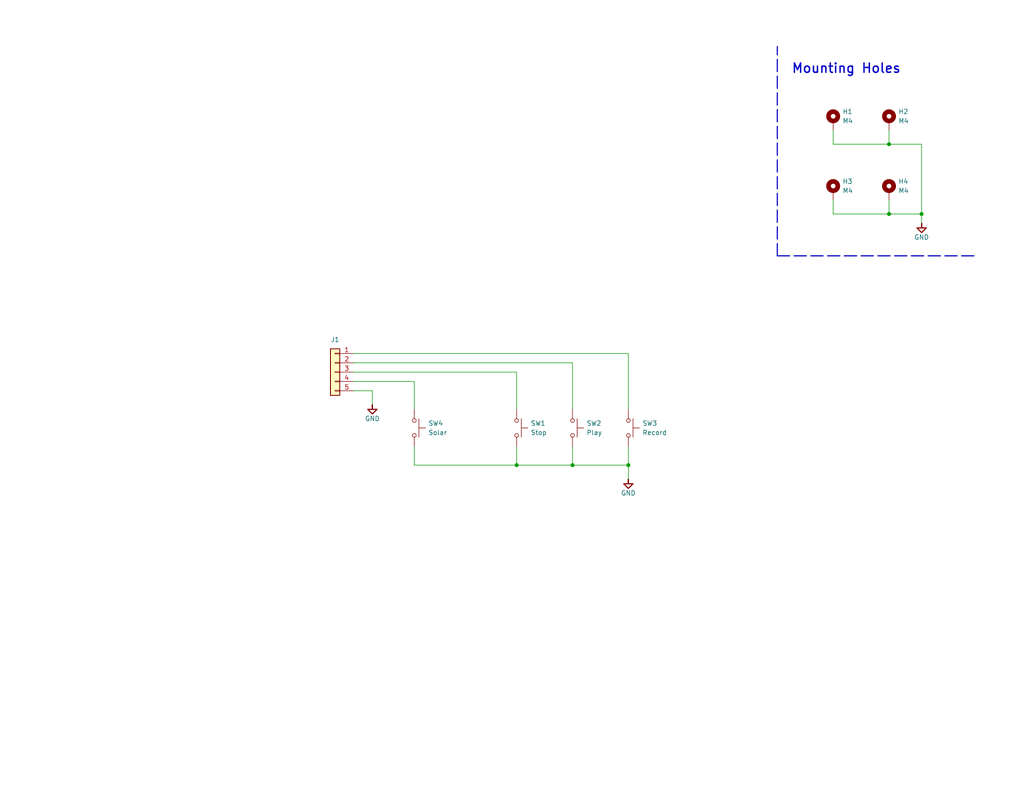
<source format=kicad_sch>
(kicad_sch (version 20230121) (generator eeschema)
  (paper "A")
  (title_block (title "WALL-E Button Board") (date "2024-01-11") (rev "0") (comment 1 "Isaac Rex"))
  (lib_symbols
    (symbol "Connector_Generic:Conn_01x05" (pin_names (offset 1.016) hide)
      (property "Reference" "J" (at 0 7.62 0))
      (property "Value" "Conn_01x05" (at 0 -7.62 0))
      (symbol "Conn_01x05_1_1"
        (rectangle (start -1.27 -4.953) (end 0 -5.207) (stroke (width 0.1524)))
        (rectangle (start -1.27 -2.413) (end 0 -2.667) (stroke (width 0.1524)))
        (rectangle (start -1.27 0.127) (end 0 -0.127) (stroke (width 0.1524)))
        (rectangle (start -1.27 2.667) (end 0 2.413) (stroke (width 0.1524)))
        (rectangle (start -1.27 5.207) (end 0 4.953) (stroke (width 0.1524)))
        (rectangle (start -1.27 6.35) (end 1.27 -6.35) (stroke (width 0.254)) (fill (type background)))
        (pin passive line (at -5.08 5.08 0) (length 3.81) (name "Pin_1") (number "1"))
        (pin passive line (at -5.08 2.54 0) (length 3.81) (name "Pin_2") (number "2"))
        (pin passive line (at -5.08 0 0) (length 3.81) (name "Pin_3") (number "3"))
        (pin passive line (at -5.08 -2.54 0) (length 3.81) (name "Pin_4") (number "4"))
        (pin passive line (at -5.08 -5.08 0) (length 3.81) (name "Pin_5") (number "5"))
      )
    )
    (symbol "Mechanical:MountingHole_Pad" (pin_numbers hide) (pin_names (offset 1.016) hide)
      (property "Reference" "H" (at 0 6.35 0))
      (property "Value" "MountingHole_Pad" (at 0 4.445 0))
      (symbol "MountingHole_Pad_0_1"
        (circle (center 0 1.27) (radius 1.27) (stroke (width 1.27)))
      )
      (symbol "MountingHole_Pad_1_1"
        (pin input line (at 0 -2.54 90) (length 2.54) (name "1") (number "1"))
      )
    )
    (symbol "Switch:SW_Push" (pin_numbers hide) (pin_names (offset 1.016) hide)
      (property "Reference" "SW" (at 1.27 2.54 0))
      (property "Value" "SW_Push" (at 0 -1.524 0))
      (symbol "SW_Push_0_1"
        (circle (center -2.032 0) (radius 0.508))
        (polyline (pts (xy 0 1.27) (xy 0 3.048)))
        (polyline (pts (xy 2.54 1.27) (xy -2.54 1.27)))
        (circle (center 2.032 0) (radius 0.508))
        (pin passive line (at -5.08 0 0) (length 2.54) (name "1") (number "1"))
        (pin passive line (at 5.08 0 180) (length 2.54) (name "2") (number "2"))
      )
    )
    (symbol "irex_Drawing_Symbols:GND" (power) (pin_names (offset 0))
      (property "Value" "GND" (at 0 -3.81 0))
      (symbol "GND_0_1"
        (polyline (pts (xy 0 0) (xy 0 -1.016)) (stroke (width 0.3048)))
        (polyline (pts (xy 0 0) (xy 0 -1.27) (xy 1.27 -1.27) (xy 0 -2.54) (xy -1.27 -1.27) (xy 0 -1.27)) (stroke (width 0.3048)))
      )
      (symbol "GND_1_1"
        (pin power_in line (at 0 0 270) (length 0) hide (name "GND") (number "1"))
      )
    )
  )
  (junction (at 156.21 127))
  (junction (at 242.57 58.42))
  (junction (at 251.46 58.42))
  (junction (at 140.97 127))
  (junction (at 171.45 127))
  (junction (at 242.57 39.37))
  (wire (pts (xy 242.57 58.42) (xy 251.46 58.42)))
  (wire (pts (xy 242.57 39.37) (xy 242.57 35.56)))
  (wire (pts (xy 113.03 127) (xy 140.97 127)))
  (wire (pts (xy 242.57 58.42) (xy 242.57 54.61)))
  (wire (pts (xy 227.33 39.37) (xy 242.57 39.37)))
  (wire (pts (xy 101.6 110.49) (xy 101.6 106.68)))
  (wire (pts (xy 227.33 58.42) (xy 242.57 58.42)))
  (polyline (pts (xy 212.09 69.85) (xy 212.09 12.7)) (stroke (width 0.3048) (type dash)))
  (wire (pts (xy 156.21 99.06) (xy 156.21 111.76)))
  (wire (pts (xy 113.03 104.14) (xy 113.03 111.76)))
  (wire (pts (xy 171.45 96.52) (xy 171.45 111.76)))
  (wire (pts (xy 140.97 101.6) (xy 140.97 111.76)))
  (wire (pts (xy 140.97 121.92) (xy 140.97 127)))
  (wire (pts (xy 171.45 127) (xy 171.45 130.81)))
  (wire (pts (xy 156.21 127) (xy 171.45 127)))
  (polyline (pts (xy 212.09 69.85) (xy 266.7 69.85)) (stroke (width 0.3048) (type dash)))
  (wire (pts (xy 156.21 127) (xy 156.21 121.92)))
  (wire (pts (xy 96.52 101.6) (xy 140.97 101.6)))
  (wire (pts (xy 171.45 127) (xy 171.45 121.92)))
  (wire (pts (xy 251.46 58.42) (xy 251.46 60.96)))
  (wire (pts (xy 140.97 127) (xy 156.21 127)))
  (wire (pts (xy 242.57 39.37) (xy 251.46 39.37)))
  (wire (pts (xy 96.52 99.06) (xy 156.21 99.06)))
  (wire (pts (xy 96.52 96.52) (xy 171.45 96.52)))
  (wire (pts (xy 227.33 35.56) (xy 227.33 39.37)))
  (wire (pts (xy 113.03 127) (xy 113.03 121.92)))
  (wire (pts (xy 251.46 39.37) (xy 251.46 58.42)))
  (wire (pts (xy 101.6 106.68) (xy 96.52 106.68)))
  (wire (pts (xy 96.52 104.14) (xy 113.03 104.14)))
  (wire (pts (xy 227.33 54.61) (xy 227.33 58.42)))
  (text "Mounting Holes" (at 215.9 20.32 0) (effects (font (size 2.54 2.54) (thickness 0.381) bold) (justify left bottom)))
  (symbol (lib_id "Switch:SW_Push") (at 171.45 116.84 270) (unit 1)
    (property "Reference" "SW3" (at 175.26 115.57 90) (effects (justify left)))
    (property "Value" "Record" (at 175.26 118.11 90) (effects (justify left)))
    (property "Footprint" "PCM_Switch_Keyboard_Hotswap_Kailh:SW_Hotswap_Kailh_MX" (effects hide))
  )
  (symbol (lib_id "Mechanical:MountingHole_Pad") (at 227.33 52.07 0) (unit 1)
    (property "Reference" "H3" (at 229.87 49.53 0) (effects (justify left)))
    (property "Value" "M4" (at 229.87 52.07 0) (effects (justify left)))
    (property "Footprint" "MountingHole:MountingHole_4.3mm_M4_DIN965_Pad" (effects hide))
  )
  (symbol (lib_id "irex_Drawing_Symbols:GND") (at 251.46 60.96 0) (unit 1)
    (property "Reference" "#PWR03" (effects hide))
    (property "Value" "GND" (at 251.46 64.77 0))
  )
  (symbol (lib_id "Switch:SW_Push") (at 113.03 116.84 270) (unit 1)
    (property "Reference" "SW4" (at 116.84 115.57 90) (effects (justify left)))
    (property "Value" "Solar" (at 116.84 118.11 90) (effects (justify left)))
    (property "Footprint" "PCM_Switch_Keyboard_Hotswap_Kailh:SW_Hotswap_Kailh_MX" (effects hide))
  )
  (symbol (lib_id "Mechanical:MountingHole_Pad") (at 227.33 33.02 0) (unit 1)
    (property "Reference" "H1" (at 229.87 30.48 0) (effects (justify left)))
    (property "Value" "M4" (at 229.87 33.02 0) (effects (justify left)))
    (property "Footprint" "MountingHole:MountingHole_4.3mm_M4_DIN965_Pad" (effects hide))
  )
  (symbol (lib_id "Switch:SW_Push") (at 140.97 116.84 270) (unit 1)
    (property "Reference" "SW1" (at 144.78 115.57 90) (effects (justify left)))
    (property "Value" "Stop" (at 144.78 118.11 90) (effects (justify left)))
    (property "Footprint" "PCM_Switch_Keyboard_Hotswap_Kailh:SW_Hotswap_Kailh_MX" (effects hide))
  )
  (symbol (lib_id "irex_Drawing_Symbols:GND") (at 101.6 110.49 0) (unit 1)
    (property "Reference" "#PWR01" (effects hide))
    (property "Value" "GND" (at 101.6 114.3 0))
  )
  (symbol (lib_id "Switch:SW_Push") (at 156.21 116.84 270) (unit 1)
    (property "Reference" "SW2" (at 160.02 115.57 90) (effects (justify left)))
    (property "Value" "Play" (at 160.02 118.11 90) (effects (justify left)))
    (property "Footprint" "PCM_Switch_Keyboard_Hotswap_Kailh:SW_Hotswap_Kailh_MX" (effects hide))
  )
  (symbol (lib_id "Mechanical:MountingHole_Pad") (at 242.57 33.02 0) (unit 1)
    (property "Reference" "H2" (at 245.11 30.48 0) (effects (justify left)))
    (property "Value" "M4" (at 245.11 33.02 0) (effects (justify left)))
    (property "Footprint" "MountingHole:MountingHole_4.3mm_M4_DIN965_Pad" (effects hide))
  )
  (symbol (lib_id "irex_Drawing_Symbols:GND") (at 171.45 130.81 0) (unit 1)
    (property "Reference" "#PWR02" (effects hide))
    (property "Value" "GND" (at 171.45 134.62 0))
  )
  (symbol (lib_id "Connector_Generic:Conn_01x05") (at 91.44 101.6 0) (mirror y) (unit 1)
    (property "Reference" "J1" (at 91.44 92.71 0))
    (property "Value" "Conn_01x05" (effects hide))
    (property "Footprint" "Connector_PinHeader_2.54mm:PinHeader_1x05_P2.54mm_Vertical" (effects hide))
  )
  (symbol (lib_id "Mechanical:MountingHole_Pad") (at 242.57 52.07 0) (unit 1)
    (property "Reference" "H4" (at 245.11 49.53 0) (effects (justify left)))
    (property "Value" "M4" (at 245.11 52.07 0) (effects (justify left)))
    (property "Footprint" "MountingHole:MountingHole_4.3mm_M4_DIN965_Pad" (effects hide))
  )
)
</source>
